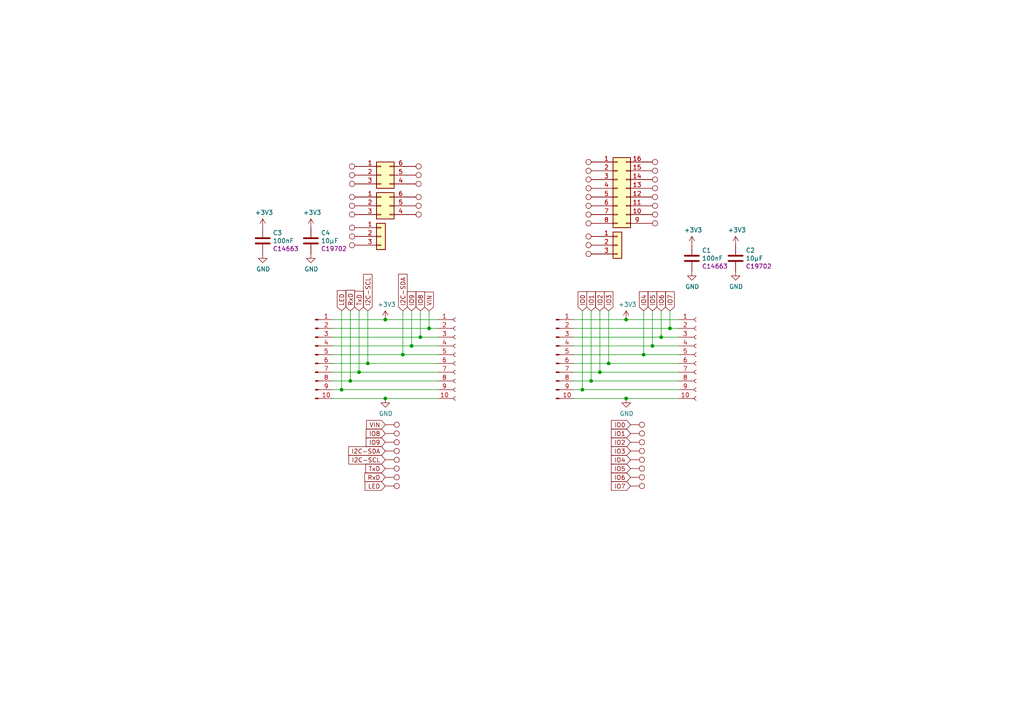
<source format=kicad_sch>
(kicad_sch (version 20211123) (generator eeschema)
  (paper "A4")
  (lib_symbols
    (symbol "Connector:Conn_01x10_Female" (pin_names (offset 1.016) hide)
      (property "Reference" "J" (at 0 12.7 0))
      (property "Value" "Conn_01x10_Female" (at 0 -15.24 0))
      (symbol "Conn_01x10_Female_1_1"
        (arc (start 0 -12.192) (mid -0.508 -12.7) (end 0 -13.208) (stroke (width 0.1524)))
        (arc (start 0 -9.652) (mid -0.508 -10.16) (end 0 -10.668) (stroke (width 0.1524)))
        (arc (start 0 -7.112) (mid -0.508 -7.62) (end 0 -8.128) (stroke (width 0.1524)))
        (arc (start 0 -4.572) (mid -0.508 -5.08) (end 0 -5.588) (stroke (width 0.1524)))
        (arc (start 0 -2.032) (mid -0.508 -2.54) (end 0 -3.048) (stroke (width 0.1524)))
        (polyline (pts (xy -1.27 -12.7) (xy -0.508 -12.7)) (stroke (width 0.1524)))
        (polyline (pts (xy -1.27 -10.16) (xy -0.508 -10.16)) (stroke (width 0.1524)))
        (polyline (pts (xy -1.27 -7.62) (xy -0.508 -7.62)) (stroke (width 0.1524)))
        (polyline (pts (xy -1.27 -5.08) (xy -0.508 -5.08)) (stroke (width 0.1524)))
        (polyline (pts (xy -1.27 -2.54) (xy -0.508 -2.54)) (stroke (width 0.1524)))
        (polyline (pts (xy -1.27 0) (xy -0.508 0)) (stroke (width 0.1524)))
        (polyline (pts (xy -1.27 2.54) (xy -0.508 2.54)) (stroke (width 0.1524)))
        (polyline (pts (xy -1.27 5.08) (xy -0.508 5.08)) (stroke (width 0.1524)))
        (polyline (pts (xy -1.27 7.62) (xy -0.508 7.62)) (stroke (width 0.1524)))
        (polyline (pts (xy -1.27 10.16) (xy -0.508 10.16)) (stroke (width 0.1524)))
        (arc (start 0 0.508) (mid -0.508 0) (end 0 -0.508) (stroke (width 0.1524)))
        (arc (start 0 3.048) (mid -0.508 2.54) (end 0 2.032) (stroke (width 0.1524)))
        (arc (start 0 5.588) (mid -0.508 5.08) (end 0 4.572) (stroke (width 0.1524)))
        (arc (start 0 8.128) (mid -0.508 7.62) (end 0 7.112) (stroke (width 0.1524)))
        (arc (start 0 10.668) (mid -0.508 10.16) (end 0 9.652) (stroke (width 0.1524)))
        (pin passive line (at -5.08 10.16 0) (length 3.81) (name "Pin_1") (number "1"))
        (pin passive line (at -5.08 -12.7 0) (length 3.81) (name "Pin_10") (number "10"))
        (pin passive line (at -5.08 7.62 0) (length 3.81) (name "Pin_2") (number "2"))
        (pin passive line (at -5.08 5.08 0) (length 3.81) (name "Pin_3") (number "3"))
        (pin passive line (at -5.08 2.54 0) (length 3.81) (name "Pin_4") (number "4"))
        (pin passive line (at -5.08 0 0) (length 3.81) (name "Pin_5") (number "5"))
        (pin passive line (at -5.08 -2.54 0) (length 3.81) (name "Pin_6") (number "6"))
        (pin passive line (at -5.08 -5.08 0) (length 3.81) (name "Pin_7") (number "7"))
        (pin passive line (at -5.08 -7.62 0) (length 3.81) (name "Pin_8") (number "8"))
        (pin passive line (at -5.08 -10.16 0) (length 3.81) (name "Pin_9") (number "9"))
      )
    )
    (symbol "Connector:Conn_01x10_Male" (pin_names (offset 1.016) hide)
      (property "Reference" "J" (at 0 12.7 0))
      (property "Value" "Conn_01x10_Male" (at 0 -15.24 0))
      (symbol "Conn_01x10_Male_1_1"
        (polyline (pts (xy 1.27 -12.7) (xy 0.8636 -12.7)) (stroke (width 0.1524)))
        (polyline (pts (xy 1.27 -10.16) (xy 0.8636 -10.16)) (stroke (width 0.1524)))
        (polyline (pts (xy 1.27 -7.62) (xy 0.8636 -7.62)) (stroke (width 0.1524)))
        (polyline (pts (xy 1.27 -5.08) (xy 0.8636 -5.08)) (stroke (width 0.1524)))
        (polyline (pts (xy 1.27 -2.54) (xy 0.8636 -2.54)) (stroke (width 0.1524)))
        (polyline (pts (xy 1.27 0) (xy 0.8636 0)) (stroke (width 0.1524)))
        (polyline (pts (xy 1.27 2.54) (xy 0.8636 2.54)) (stroke (width 0.1524)))
        (polyline (pts (xy 1.27 5.08) (xy 0.8636 5.08)) (stroke (width 0.1524)))
        (polyline (pts (xy 1.27 7.62) (xy 0.8636 7.62)) (stroke (width 0.1524)))
        (polyline (pts (xy 1.27 10.16) (xy 0.8636 10.16)) (stroke (width 0.1524)))
        (rectangle (start 0.8636 -12.573) (end 0 -12.827) (stroke (width 0.1524)) (fill (type outline)))
        (rectangle (start 0.8636 -10.033) (end 0 -10.287) (stroke (width 0.1524)) (fill (type outline)))
        (rectangle (start 0.8636 -7.493) (end 0 -7.747) (stroke (width 0.1524)) (fill (type outline)))
        (rectangle (start 0.8636 -4.953) (end 0 -5.207) (stroke (width 0.1524)) (fill (type outline)))
        (rectangle (start 0.8636 -2.413) (end 0 -2.667) (stroke (width 0.1524)) (fill (type outline)))
        (rectangle (start 0.8636 0.127) (end 0 -0.127) (stroke (width 0.1524)) (fill (type outline)))
        (rectangle (start 0.8636 2.667) (end 0 2.413) (stroke (width 0.1524)) (fill (type outline)))
        (rectangle (start 0.8636 5.207) (end 0 4.953) (stroke (width 0.1524)) (fill (type outline)))
        (rectangle (start 0.8636 7.747) (end 0 7.493) (stroke (width 0.1524)) (fill (type outline)))
        (rectangle (start 0.8636 10.287) (end 0 10.033) (stroke (width 0.1524)) (fill (type outline)))
        (pin passive line (at 5.08 10.16 180) (length 3.81) (name "Pin_1") (number "1"))
        (pin passive line (at 5.08 -12.7 180) (length 3.81) (name "Pin_10") (number "10"))
        (pin passive line (at 5.08 7.62 180) (length 3.81) (name "Pin_2") (number "2"))
        (pin passive line (at 5.08 5.08 180) (length 3.81) (name "Pin_3") (number "3"))
        (pin passive line (at 5.08 2.54 180) (length 3.81) (name "Pin_4") (number "4"))
        (pin passive line (at 5.08 0 180) (length 3.81) (name "Pin_5") (number "5"))
        (pin passive line (at 5.08 -2.54 180) (length 3.81) (name "Pin_6") (number "6"))
        (pin passive line (at 5.08 -5.08 180) (length 3.81) (name "Pin_7") (number "7"))
        (pin passive line (at 5.08 -7.62 180) (length 3.81) (name "Pin_8") (number "8"))
        (pin passive line (at 5.08 -10.16 180) (length 3.81) (name "Pin_9") (number "9"))
      )
    )
    (symbol "Connector:TestPoint" (pin_numbers hide) (pin_names (offset 0.762) hide)
      (property "Reference" "TP" (at 0 6.858 0))
      (property "Value" "TestPoint" (at 0 5.08 0))
      (symbol "TestPoint_0_1"
        (circle (center 0 3.302) (radius 0.762))
      )
      (symbol "TestPoint_1_1"
        (pin passive line (at 0 0 90) (length 2.54) (name "1") (number "1"))
      )
    )
    (symbol "Connector_Generic:Conn_01x03" (pin_names (offset 1.016) hide)
      (property "Reference" "J" (at 0 5.08 0))
      (property "Value" "Conn_01x03" (at 0 -5.08 0))
      (symbol "Conn_01x03_1_1"
        (rectangle (start -1.27 -2.413) (end 0 -2.667) (stroke (width 0.1524)))
        (rectangle (start -1.27 0.127) (end 0 -0.127) (stroke (width 0.1524)))
        (rectangle (start -1.27 2.667) (end 0 2.413) (stroke (width 0.1524)))
        (rectangle (start -1.27 3.81) (end 1.27 -3.81) (stroke (width 0.254)) (fill (type background)))
        (pin passive line (at -5.08 2.54 0) (length 3.81) (name "Pin_1") (number "1"))
        (pin passive line (at -5.08 0 0) (length 3.81) (name "Pin_2") (number "2"))
        (pin passive line (at -5.08 -2.54 0) (length 3.81) (name "Pin_3") (number "3"))
      )
    )
    (symbol "Connector_Generic:Conn_02x03_Counter_Clockwise" (pin_names (offset 1.016) hide)
      (property "Reference" "J" (at 1.27 5.08 0))
      (property "Value" "Conn_02x03_Counter_Clockwise" (at 1.27 -5.08 0))
      (symbol "Conn_02x03_Counter_Clockwise_1_1"
        (rectangle (start -1.27 -2.413) (end 0 -2.667) (stroke (width 0.1524)))
        (rectangle (start -1.27 0.127) (end 0 -0.127) (stroke (width 0.1524)))
        (rectangle (start -1.27 2.667) (end 0 2.413) (stroke (width 0.1524)))
        (rectangle (start -1.27 3.81) (end 3.81 -3.81) (stroke (width 0.254)) (fill (type background)))
        (rectangle (start 3.81 -2.413) (end 2.54 -2.667) (stroke (width 0.1524)))
        (rectangle (start 3.81 0.127) (end 2.54 -0.127) (stroke (width 0.1524)))
        (rectangle (start 3.81 2.667) (end 2.54 2.413) (stroke (width 0.1524)))
        (pin passive line (at -5.08 2.54 0) (length 3.81) (name "Pin_1") (number "1"))
        (pin passive line (at -5.08 0 0) (length 3.81) (name "Pin_2") (number "2"))
        (pin passive line (at -5.08 -2.54 0) (length 3.81) (name "Pin_3") (number "3"))
        (pin passive line (at 7.62 -2.54 180) (length 3.81) (name "Pin_4") (number "4"))
        (pin passive line (at 7.62 0 180) (length 3.81) (name "Pin_5") (number "5"))
        (pin passive line (at 7.62 2.54 180) (length 3.81) (name "Pin_6") (number "6"))
      )
    )
    (symbol "Connector_Generic:Conn_02x08_Counter_Clockwise" (pin_names (offset 1.016) hide)
      (property "Reference" "J" (at 1.27 10.16 0))
      (property "Value" "Conn_02x08_Counter_Clockwise" (at 1.27 -12.7 0))
      (symbol "Conn_02x08_Counter_Clockwise_1_1"
        (rectangle (start -1.27 -10.033) (end 0 -10.287) (stroke (width 0.1524)))
        (rectangle (start -1.27 -7.493) (end 0 -7.747) (stroke (width 0.1524)))
        (rectangle (start -1.27 -4.953) (end 0 -5.207) (stroke (width 0.1524)))
        (rectangle (start -1.27 -2.413) (end 0 -2.667) (stroke (width 0.1524)))
        (rectangle (start -1.27 0.127) (end 0 -0.127) (stroke (width 0.1524)))
        (rectangle (start -1.27 2.667) (end 0 2.413) (stroke (width 0.1524)))
        (rectangle (start -1.27 5.207) (end 0 4.953) (stroke (width 0.1524)))
        (rectangle (start -1.27 7.747) (end 0 7.493) (stroke (width 0.1524)))
        (rectangle (start -1.27 8.89) (end 3.81 -11.43) (stroke (width 0.254)) (fill (type background)))
        (rectangle (start 3.81 -10.033) (end 2.54 -10.287) (stroke (width 0.1524)))
        (rectangle (start 3.81 -7.493) (end 2.54 -7.747) (stroke (width 0.1524)))
        (rectangle (start 3.81 -4.953) (end 2.54 -5.207) (stroke (width 0.1524)))
        (rectangle (start 3.81 -2.413) (end 2.54 -2.667) (stroke (width 0.1524)))
        (rectangle (start 3.81 0.127) (end 2.54 -0.127) (stroke (width 0.1524)))
        (rectangle (start 3.81 2.667) (end 2.54 2.413) (stroke (width 0.1524)))
        (rectangle (start 3.81 5.207) (end 2.54 4.953) (stroke (width 0.1524)))
        (rectangle (start 3.81 7.747) (end 2.54 7.493) (stroke (width 0.1524)))
        (pin passive line (at -5.08 7.62 0) (length 3.81) (name "Pin_1") (number "1"))
        (pin passive line (at 7.62 -7.62 180) (length 3.81) (name "Pin_10") (number "10"))
        (pin passive line (at 7.62 -5.08 180) (length 3.81) (name "Pin_11") (number "11"))
        (pin passive line (at 7.62 -2.54 180) (length 3.81) (name "Pin_12") (number "12"))
        (pin passive line (at 7.62 0 180) (length 3.81) (name "Pin_13") (number "13"))
        (pin passive line (at 7.62 2.54 180) (length 3.81) (name "Pin_14") (number "14"))
        (pin passive line (at 7.62 5.08 180) (length 3.81) (name "Pin_15") (number "15"))
        (pin passive line (at 7.62 7.62 180) (length 3.81) (name "Pin_16") (number "16"))
        (pin passive line (at -5.08 5.08 0) (length 3.81) (name "Pin_2") (number "2"))
        (pin passive line (at -5.08 2.54 0) (length 3.81) (name "Pin_3") (number "3"))
        (pin passive line (at -5.08 0 0) (length 3.81) (name "Pin_4") (number "4"))
        (pin passive line (at -5.08 -2.54 0) (length 3.81) (name "Pin_5") (number "5"))
        (pin passive line (at -5.08 -5.08 0) (length 3.81) (name "Pin_6") (number "6"))
        (pin passive line (at -5.08 -7.62 0) (length 3.81) (name "Pin_7") (number "7"))
        (pin passive line (at -5.08 -10.16 0) (length 3.81) (name "Pin_8") (number "8"))
        (pin passive line (at 7.62 -10.16 180) (length 3.81) (name "Pin_9") (number "9"))
      )
    )
    (symbol "Device:C" (pin_numbers hide) (pin_names (offset 0.254))
      (property "Reference" "C" (at 0.635 2.54 0))
      (property "Value" "C" (at 0.635 -2.54 0))
      (symbol "C_0_1"
        (polyline (pts (xy -2.032 -0.762) (xy 2.032 -0.762)) (stroke (width 0.508)))
        (polyline (pts (xy -2.032 0.762) (xy 2.032 0.762)) (stroke (width 0.508)))
      )
      (symbol "C_1_1"
        (pin passive line (at 0 3.81 270) (length 2.794) (name "~") (number "1"))
        (pin passive line (at 0 -3.81 90) (length 2.794) (name "~") (number "2"))
      )
    )
    (symbol "power:+3.3V" (power) (pin_names (offset 0))
      (property "Value" "+3.3V" (at 0 3.556 0))
      (symbol "+3.3V_0_1"
        (polyline (pts (xy -0.762 1.27) (xy 0 2.54)))
        (polyline (pts (xy 0 0) (xy 0 2.54)))
        (polyline (pts (xy 0 2.54) (xy 0.762 1.27)))
      )
      (symbol "+3.3V_1_1"
        (pin power_in line (at 0 0 90) (length 0) hide (name "+3V3") (number "1"))
      )
    )
    (symbol "power:GND" (power) (pin_names (offset 0))
      (property "Value" "GND" (at 0 -3.81 0))
      (symbol "GND_0_1"
        (polyline (pts (xy 0 0) (xy 0 -1.27) (xy 1.27 -1.27) (xy 0 -2.54) (xy -1.27 -1.27) (xy 0 -1.27)))
      )
      (symbol "GND_1_1"
        (pin power_in line (at 0 0 270) (length 0) hide (name "GND") (number "1"))
      )
    )
  )
  (junction (at 171.45 110.49))
  (junction (at 99.06 113.03))
  (junction (at 101.6 110.49))
  (junction (at 194.31 95.25))
  (junction (at 116.84 102.87))
  (junction (at 181.61 115.57))
  (junction (at 173.99 107.95))
  (junction (at 176.53 105.41))
  (junction (at 119.38 100.33))
  (junction (at 181.61 92.71))
  (junction (at 106.68 105.41))
  (junction (at 168.91 113.03))
  (junction (at 104.14 107.95))
  (junction (at 124.46 95.25))
  (junction (at 186.69 102.87))
  (junction (at 121.92 97.79))
  (junction (at 111.76 115.57))
  (junction (at 191.77 97.79))
  (junction (at 189.23 100.33))
  (junction (at 111.76 92.71))
  (wire (pts (xy 124.46 90.17) (xy 124.46 95.25)))
  (wire (pts (xy 194.31 90.17) (xy 194.31 95.25)))
  (wire (pts (xy 119.38 100.33) (xy 127 100.33)))
  (wire (pts (xy 96.52 97.79) (xy 121.92 97.79)))
  (wire (pts (xy 194.31 95.25) (xy 196.85 95.25)))
  (wire (pts (xy 166.37 115.57) (xy 181.61 115.57)))
  (wire (pts (xy 181.61 115.57) (xy 196.85 115.57)))
  (wire (pts (xy 111.76 92.71) (xy 127 92.71)))
  (wire (pts (xy 168.91 90.17) (xy 168.91 113.03)))
  (wire (pts (xy 168.91 113.03) (xy 196.85 113.03)))
  (wire (pts (xy 101.6 110.49) (xy 127 110.49)))
  (wire (pts (xy 104.14 90.17) (xy 104.14 107.95)))
  (wire (pts (xy 168.91 113.03) (xy 166.37 113.03)))
  (wire (pts (xy 189.23 90.17) (xy 189.23 100.33)))
  (wire (pts (xy 96.52 115.57) (xy 111.76 115.57)))
  (wire (pts (xy 166.37 110.49) (xy 171.45 110.49)))
  (wire (pts (xy 121.92 90.17) (xy 121.92 97.79)))
  (wire (pts (xy 119.38 90.17) (xy 119.38 100.33)))
  (wire (pts (xy 191.77 97.79) (xy 196.85 97.79)))
  (wire (pts (xy 104.14 107.95) (xy 127 107.95)))
  (wire (pts (xy 166.37 105.41) (xy 176.53 105.41)))
  (wire (pts (xy 116.84 90.17) (xy 116.84 102.87)))
  (wire (pts (xy 96.52 92.71) (xy 111.76 92.71)))
  (wire (pts (xy 99.06 113.03) (xy 96.52 113.03)))
  (wire (pts (xy 166.37 92.71) (xy 181.61 92.71)))
  (wire (pts (xy 96.52 110.49) (xy 101.6 110.49)))
  (wire (pts (xy 116.84 102.87) (xy 127 102.87)))
  (wire (pts (xy 171.45 90.17) (xy 171.45 110.49)))
  (wire (pts (xy 96.52 105.41) (xy 106.68 105.41)))
  (wire (pts (xy 176.53 90.17) (xy 176.53 105.41)))
  (wire (pts (xy 96.52 100.33) (xy 119.38 100.33)))
  (wire (pts (xy 111.76 115.57) (xy 127 115.57)))
  (wire (pts (xy 186.69 102.87) (xy 196.85 102.87)))
  (wire (pts (xy 166.37 107.95) (xy 173.99 107.95)))
  (wire (pts (xy 181.61 92.71) (xy 196.85 92.71)))
  (wire (pts (xy 173.99 90.17) (xy 173.99 107.95)))
  (wire (pts (xy 96.52 107.95) (xy 104.14 107.95)))
  (wire (pts (xy 106.68 90.17) (xy 106.68 105.41)))
  (wire (pts (xy 124.46 95.25) (xy 127 95.25)))
  (wire (pts (xy 191.77 90.17) (xy 191.77 97.79)))
  (wire (pts (xy 176.53 105.41) (xy 196.85 105.41)))
  (wire (pts (xy 99.06 113.03) (xy 127 113.03)))
  (wire (pts (xy 166.37 97.79) (xy 191.77 97.79)))
  (wire (pts (xy 106.68 105.41) (xy 127 105.41)))
  (wire (pts (xy 101.6 90.17) (xy 101.6 110.49)))
  (wire (pts (xy 173.99 107.95) (xy 196.85 107.95)))
  (wire (pts (xy 171.45 110.49) (xy 196.85 110.49)))
  (wire (pts (xy 189.23 100.33) (xy 196.85 100.33)))
  (wire (pts (xy 96.52 102.87) (xy 116.84 102.87)))
  (wire (pts (xy 186.69 90.17) (xy 186.69 102.87)))
  (wire (pts (xy 166.37 102.87) (xy 186.69 102.87)))
  (wire (pts (xy 166.37 95.25) (xy 194.31 95.25)))
  (wire (pts (xy 99.06 90.17) (xy 99.06 113.03)))
  (wire (pts (xy 166.37 100.33) (xy 189.23 100.33)))
  (wire (pts (xy 96.52 95.25) (xy 124.46 95.25)))
  (wire (pts (xy 121.92 97.79) (xy 127 97.79)))
  (global_label "IO9" (shape input) (at 111.76 128.27 180) (property "Intersheet References" "${INTERSHEET_REFS}" (effects hide)))
  (global_label "I2C-SDA" (shape input) (at 116.84 90.17 90) (property "Intersheet References" "${INTERSHEET_REFS}" (effects hide)))
  (global_label "IO7" (shape input) (at 182.88 140.97 180) (property "Intersheet References" "${INTERSHEET_REFS}" (effects hide)))
  (global_label "IO6" (shape input) (at 191.77 90.17 90) (property "Intersheet References" "${INTERSHEET_REFS}" (effects hide)))
  (global_label "RxD" (shape input) (at 101.6 90.17 90) (property "Intersheet References" "${INTERSHEET_REFS}" (effects hide)))
  (global_label "IO9" (shape input) (at 119.38 90.17 90) (property "Intersheet References" "${INTERSHEET_REFS}" (effects hide)))
  (global_label "IO7" (shape input) (at 194.31 90.17 90) (property "Intersheet References" "${INTERSHEET_REFS}" (effects hide)))
  (global_label "I2C-SCL" (shape input) (at 106.68 90.17 90) (property "Intersheet References" "${INTERSHEET_REFS}" (effects hide)))
  (global_label "RxD" (shape input) (at 111.76 138.43 180) (property "Intersheet References" "${INTERSHEET_REFS}" (effects hide)))
  (global_label "IO8" (shape input) (at 121.92 90.17 90) (property "Intersheet References" "${INTERSHEET_REFS}" (effects hide)))
  (global_label "LED" (shape input) (at 111.76 140.97 180) (property "Intersheet References" "${INTERSHEET_REFS}" (effects hide)))
  (global_label "TxD" (shape input) (at 111.76 135.89 180) (property "Intersheet References" "${INTERSHEET_REFS}" (effects hide)))
  (global_label "IO5" (shape input) (at 182.88 135.89 180) (property "Intersheet References" "${INTERSHEET_REFS}" (effects hide)))
  (global_label "VIN" (shape input) (at 111.76 123.19 180) (property "Intersheet References" "${INTERSHEET_REFS}" (effects hide)))
  (global_label "IO4" (shape input) (at 182.88 133.35 180) (property "Intersheet References" "${INTERSHEET_REFS}" (effects hide)))
  (global_label "IO2" (shape input) (at 182.88 128.27 180) (property "Intersheet References" "${INTERSHEET_REFS}" (effects hide)))
  (global_label "IO8" (shape input) (at 111.76 125.73 180) (property "Intersheet References" "${INTERSHEET_REFS}" (effects hide)))
  (global_label "IO5" (shape input) (at 189.23 90.17 90) (property "Intersheet References" "${INTERSHEET_REFS}" (effects hide)))
  (global_label "I2C-SCL" (shape input) (at 111.76 133.35 180) (property "Intersheet References" "${INTERSHEET_REFS}" (effects hide)))
  (global_label "IO2" (shape input) (at 173.99 90.17 90) (property "Intersheet References" "${INTERSHEET_REFS}" (effects hide)))
  (global_label "VIN" (shape input) (at 124.46 90.17 90) (property "Intersheet References" "${INTERSHEET_REFS}" (effects hide)))
  (global_label "I2C-SDA" (shape input) (at 111.76 130.81 180) (property "Intersheet References" "${INTERSHEET_REFS}" (effects hide)))
  (global_label "IO6" (shape input) (at 182.88 138.43 180) (property "Intersheet References" "${INTERSHEET_REFS}" (effects hide)))
  (global_label "IO3" (shape input) (at 176.53 90.17 90) (property "Intersheet References" "${INTERSHEET_REFS}" (effects hide)))
  (global_label "IO4" (shape input) (at 186.69 90.17 90) (property "Intersheet References" "${INTERSHEET_REFS}" (effects hide)))
  (global_label "LED" (shape input) (at 99.06 90.17 90) (property "Intersheet References" "${INTERSHEET_REFS}" (effects hide)))
  (global_label "IO1" (shape input) (at 182.88 125.73 180) (property "Intersheet References" "${INTERSHEET_REFS}" (effects hide)))
  (global_label "IO1" (shape input) (at 171.45 90.17 90) (property "Intersheet References" "${INTERSHEET_REFS}" (effects hide)))
  (global_label "IO3" (shape input) (at 182.88 130.81 180) (property "Intersheet References" "${INTERSHEET_REFS}" (effects hide)))
  (global_label "IO0" (shape input) (at 168.91 90.17 90) (property "Intersheet References" "${INTERSHEET_REFS}" (effects hide)))
  (global_label "IO0" (shape input) (at 182.88 123.19 180) (property "Intersheet References" "${INTERSHEET_REFS}" (effects hide)))
  (global_label "TxD" (shape input) (at 104.14 90.17 90) (property "Intersheet References" "${INTERSHEET_REFS}" (effects hide)))
  (symbol (lib_id "Connector:Conn_01x10_Female") (at 201.93 102.87 0) (unit 1)
    (property "Reference" "J4" (effects hide))
    (property "Value" "Conn_01x10_Female" (effects hide))
    (property "Footprint" "Connector_PinSocket_2.54mm:PinSocket_1x10_P2.54mm_Vertical" (effects hide))
  )
  (symbol (lib_id "Connector:Conn_01x10_Male") (at 161.29 102.87 0) (unit 1)
    (property "Reference" "J3" (effects hide))
    (property "Value" "Conn_01x10_Male" (effects hide))
    (property "Footprint" "Connector_PinHeader_2.54mm:PinHeader_1x10_P2.54mm_Vertical" (effects hide))
  )
  (symbol (lib_id "Connector:Conn_01x10_Male") (at 91.44 102.87 0) (unit 1)
    (property "Reference" "J1" (effects hide))
    (property "Value" "Conn_01x10_Male" (effects hide))
    (property "Footprint" "Connector_PinHeader_2.54mm:PinHeader_1x10_P2.54mm_Vertical" (effects hide))
  )
  (symbol (lib_id "Connector:Conn_01x10_Female") (at 132.08 102.87 0) (unit 1)
    (property "Reference" "J2" (effects hide))
    (property "Value" "Conn_01x10_Female" (effects hide))
    (property "Footprint" "Connector_PinSocket_2.54mm:PinSocket_1x10_P2.54mm_Vertical" (effects hide))
  )
  (symbol (lib_id "power:+3.3V") (at 111.76 92.71 0) (unit 1)
    (property "Reference" "#PWR0101" (effects hide))
    (property "Value" "+3.3V" (at 112.141 88.3158 0))
  )
  (symbol (lib_id "power:GND") (at 111.76 115.57 0) (unit 1)
    (property "Reference" "#PWR0102" (effects hide))
    (property "Value" "GND" (at 111.887 119.9642 0))
  )
  (symbol (lib_id "power:+3.3V") (at 181.61 92.71 0) (unit 1)
    (property "Reference" "#PWR0103" (effects hide))
    (property "Value" "+3.3V" (at 181.991 88.3158 0))
  )
  (symbol (lib_id "power:GND") (at 181.61 115.57 0) (unit 1)
    (property "Reference" "#PWR0104" (effects hide))
    (property "Value" "GND" (at 181.737 119.9642 0))
  )
  (symbol (lib_id "Connector:TestPoint") (at 111.76 123.19 270) (unit 1)
    (property "Reference" "TP1" (effects hide))
    (property "Value" "TestPoint" (effects hide))
    (property "Footprint" "TestPoint:TestPoint_THTPad_D1.5mm_Drill0.7mm" (effects hide))
  )
  (symbol (lib_id "Connector:TestPoint") (at 111.76 125.73 270) (unit 1)
    (property "Reference" "TP2" (effects hide))
    (property "Value" "TestPoint" (effects hide))
    (property "Footprint" "TestPoint:TestPoint_THTPad_D1.5mm_Drill0.7mm" (effects hide))
  )
  (symbol (lib_id "Connector:TestPoint") (at 111.76 128.27 270) (unit 1)
    (property "Reference" "TP3" (effects hide))
    (property "Value" "TestPoint" (effects hide))
    (property "Footprint" "TestPoint:TestPoint_THTPad_D1.5mm_Drill0.7mm" (effects hide))
  )
  (symbol (lib_id "Connector:TestPoint") (at 111.76 130.81 270) (unit 1)
    (property "Reference" "TP4" (effects hide))
    (property "Value" "TestPoint" (effects hide))
    (property "Footprint" "TestPoint:TestPoint_THTPad_D1.5mm_Drill0.7mm" (effects hide))
  )
  (symbol (lib_id "Connector:TestPoint") (at 111.76 133.35 270) (unit 1)
    (property "Reference" "TP5" (effects hide))
    (property "Value" "TestPoint" (effects hide))
    (property "Footprint" "TestPoint:TestPoint_THTPad_D1.5mm_Drill0.7mm" (effects hide))
  )
  (symbol (lib_id "Connector:TestPoint") (at 111.76 135.89 270) (unit 1)
    (property "Reference" "TP6" (effects hide))
    (property "Value" "TestPoint" (effects hide))
    (property "Footprint" "TestPoint:TestPoint_THTPad_D1.5mm_Drill0.7mm" (effects hide))
  )
  (symbol (lib_id "Connector:TestPoint") (at 111.76 138.43 270) (unit 1)
    (property "Reference" "TP7" (effects hide))
    (property "Value" "TestPoint" (effects hide))
    (property "Footprint" "TestPoint:TestPoint_THTPad_D1.5mm_Drill0.7mm" (effects hide))
  )
  (symbol (lib_id "Connector:TestPoint") (at 111.76 140.97 270) (unit 1)
    (property "Reference" "TP8" (effects hide))
    (property "Value" "TestPoint" (effects hide))
    (property "Footprint" "TestPoint:TestPoint_THTPad_D1.5mm_Drill0.7mm" (effects hide))
  )
  (symbol (lib_id "Connector:TestPoint") (at 182.88 123.19 270) (unit 1)
    (property "Reference" "TP16" (effects hide))
    (property "Value" "TestPoint" (effects hide))
    (property "Footprint" "TestPoint:TestPoint_THTPad_D1.5mm_Drill0.7mm" (effects hide))
  )
  (symbol (lib_id "Connector:TestPoint") (at 182.88 125.73 270) (unit 1)
    (property "Reference" "TP15" (effects hide))
    (property "Value" "TestPoint" (effects hide))
    (property "Footprint" "TestPoint:TestPoint_THTPad_D1.5mm_Drill0.7mm" (effects hide))
  )
  (symbol (lib_id "Connector:TestPoint") (at 182.88 128.27 270) (unit 1)
    (property "Reference" "TP14" (effects hide))
    (property "Value" "TestPoint" (effects hide))
    (property "Footprint" "TestPoint:TestPoint_THTPad_D1.5mm_Drill0.7mm" (effects hide))
  )
  (symbol (lib_id "Connector:TestPoint") (at 182.88 130.81 270) (unit 1)
    (property "Reference" "TP13" (effects hide))
    (property "Value" "TestPoint" (effects hide))
    (property "Footprint" "TestPoint:TestPoint_THTPad_D1.5mm_Drill0.7mm" (effects hide))
  )
  (symbol (lib_id "Connector:TestPoint") (at 182.88 133.35 270) (unit 1)
    (property "Reference" "TP12" (effects hide))
    (property "Value" "TestPoint" (effects hide))
    (property "Footprint" "TestPoint:TestPoint_THTPad_D1.5mm_Drill0.7mm" (effects hide))
  )
  (symbol (lib_id "Connector:TestPoint") (at 182.88 135.89 270) (unit 1)
    (property "Reference" "TP11" (effects hide))
    (property "Value" "TestPoint" (effects hide))
    (property "Footprint" "TestPoint:TestPoint_THTPad_D1.5mm_Drill0.7mm" (effects hide))
  )
  (symbol (lib_id "Connector:TestPoint") (at 182.88 138.43 270) (unit 1)
    (property "Reference" "TP10" (effects hide))
    (property "Value" "TestPoint" (effects hide))
    (property "Footprint" "TestPoint:TestPoint_THTPad_D1.5mm_Drill0.7mm" (effects hide))
  )
  (symbol (lib_id "Connector:TestPoint") (at 182.88 140.97 270) (unit 1)
    (property "Reference" "TP9" (effects hide))
    (property "Value" "TestPoint" (effects hide))
    (property "Footprint" "TestPoint:TestPoint_THTPad_D1.5mm_Drill0.7mm" (effects hide))
  )
  (symbol (lib_id "Device:C") (at 200.66 74.93 0) (unit 1)
    (property "Reference" "C1" (at 203.581 72.6186 0) (effects (justify left)))
    (property "Value" "100nF" (at 203.581 74.93 0) (effects (justify left)))
    (property "Footprint" "Capacitor_SMD:C_0603_1608Metric" (effects hide))
    (property "LCSC" "C14663" (at 203.581 77.2414 0) (effects (justify left)))
  )
  (symbol (lib_id "Device:C") (at 213.36 74.93 0) (unit 1)
    (property "Reference" "C2" (at 216.281 72.6186 0) (effects (justify left)))
    (property "Value" "10µF" (at 216.281 74.93 0) (effects (justify left)))
    (property "Footprint" "Capacitor_SMD:C_0603_1608Metric" (effects hide))
    (property "LCSC" "C19702" (at 216.281 77.2414 0) (effects (justify left)))
  )
  (symbol (lib_id "power:GND") (at 200.66 78.74 0) (unit 1)
    (property "Reference" "#PWR02" (effects hide))
    (property "Value" "GND" (at 200.787 83.1342 0))
  )
  (symbol (lib_id "power:+3.3V") (at 200.66 71.12 0) (unit 1)
    (property "Reference" "#PWR01" (effects hide))
    (property "Value" "+3.3V" (at 201.041 66.7258 0))
  )
  (symbol (lib_id "power:+3.3V") (at 213.36 71.12 0) (unit 1)
    (property "Reference" "#PWR03" (effects hide))
    (property "Value" "+3.3V" (at 213.741 66.7258 0))
  )
  (symbol (lib_id "power:GND") (at 213.36 78.74 0) (unit 1)
    (property "Reference" "#PWR04" (effects hide))
    (property "Value" "GND" (at 213.487 83.1342 0))
  )
  (symbol (lib_id "Device:C") (at 76.2 69.85 0) (unit 1)
    (property "Reference" "C3" (at 79.121 67.5386 0) (effects (justify left)))
    (property "Value" "100nF" (at 79.121 69.85 0) (effects (justify left)))
    (property "Footprint" "Capacitor_SMD:C_0603_1608Metric" (effects hide))
    (property "LCSC" "C14663" (at 79.121 72.1614 0) (effects (justify left)))
  )
  (symbol (lib_id "Device:C") (at 90.17 69.85 0) (unit 1)
    (property "Reference" "C4" (at 93.091 67.5386 0) (effects (justify left)))
    (property "Value" "10µF" (at 93.091 69.85 0) (effects (justify left)))
    (property "Footprint" "Capacitor_SMD:C_0603_1608Metric" (effects hide))
    (property "LCSC" "C19702" (at 93.091 72.1614 0) (effects (justify left)))
  )
  (symbol (lib_id "power:GND") (at 76.2 73.66 0) (unit 1)
    (property "Reference" "#PWR06" (effects hide))
    (property "Value" "GND" (at 76.327 78.0542 0))
  )
  (symbol (lib_id "power:+3.3V") (at 76.2 66.04 0) (unit 1)
    (property "Reference" "#PWR05" (effects hide))
    (property "Value" "+3.3V" (at 76.581 61.6458 0))
  )
  (symbol (lib_id "power:+3.3V") (at 90.17 66.04 0) (unit 1)
    (property "Reference" "#PWR07" (effects hide))
    (property "Value" "+3.3V" (at 90.551 61.6458 0))
  )
  (symbol (lib_id "power:GND") (at 90.17 73.66 0) (unit 1)
    (property "Reference" "#PWR08" (effects hide))
    (property "Value" "GND" (at 90.297 78.0542 0))
  )
  (symbol (lib_id "Connector_Generic:Conn_02x03_Counter_Clockwise") (at 110.49 50.8 0) (unit 1)
    (property "Reference" "J5" (effects hide))
    (property "Value" "Conn_02x03_Counter_Clockwise" (effects hide))
    (property "Footprint" "Package_TO_SOT_SMD:SOT-23-6_Handsoldering" (effects hide))
  )
  (symbol (lib_id "Connector_Generic:Conn_02x03_Counter_Clockwise") (at 110.49 59.69 0) (unit 1)
    (property "Reference" "J6" (effects hide))
    (property "Value" "Conn_02x03_Counter_Clockwise" (effects hide))
    (property "Footprint" "Package_TO_SOT_SMD:SOT-23-6_Handsoldering" (effects hide))
  )
  (symbol (lib_id "Connector:TestPoint") (at 118.11 48.26 270) (unit 1)
    (property "Reference" "TP23" (effects hide))
    (property "Value" "TestPoint" (effects hide))
    (property "Footprint" "TestPoint:TestPoint_THTPad_D1.5mm_Drill0.7mm" (effects hide))
  )
  (symbol (lib_id "Connector:TestPoint") (at 118.11 50.8 270) (unit 1)
    (property "Reference" "TP24" (effects hide))
    (property "Value" "TestPoint" (effects hide))
    (property "Footprint" "TestPoint:TestPoint_THTPad_D1.5mm_Drill0.7mm" (effects hide))
  )
  (symbol (lib_id "Connector:TestPoint") (at 118.11 53.34 270) (unit 1)
    (property "Reference" "TP25" (effects hide))
    (property "Value" "TestPoint" (effects hide))
    (property "Footprint" "TestPoint:TestPoint_THTPad_D1.5mm_Drill0.7mm" (effects hide))
  )
  (symbol (lib_id "Connector:TestPoint") (at 118.11 57.15 270) (unit 1)
    (property "Reference" "TP26" (effects hide))
    (property "Value" "TestPoint" (effects hide))
    (property "Footprint" "TestPoint:TestPoint_THTPad_D1.5mm_Drill0.7mm" (effects hide))
  )
  (symbol (lib_id "Connector:TestPoint") (at 118.11 59.69 270) (unit 1)
    (property "Reference" "TP27" (effects hide))
    (property "Value" "TestPoint" (effects hide))
    (property "Footprint" "TestPoint:TestPoint_THTPad_D1.5mm_Drill0.7mm" (effects hide))
  )
  (symbol (lib_id "Connector:TestPoint") (at 118.11 62.23 270) (unit 1)
    (property "Reference" "TP28" (effects hide))
    (property "Value" "TestPoint" (effects hide))
    (property "Footprint" "TestPoint:TestPoint_THTPad_D1.5mm_Drill0.7mm" (effects hide))
  )
  (symbol (lib_id "Connector:TestPoint") (at 105.41 57.15 90) (mirror x) (unit 1)
    (property "Reference" "TP20" (effects hide))
    (property "Value" "TestPoint" (effects hide))
    (property "Footprint" "TestPoint:TestPoint_THTPad_D1.5mm_Drill0.7mm" (effects hide))
  )
  (symbol (lib_id "Connector:TestPoint") (at 105.41 59.69 90) (mirror x) (unit 1)
    (property "Reference" "TP21" (effects hide))
    (property "Value" "TestPoint" (effects hide))
    (property "Footprint" "TestPoint:TestPoint_THTPad_D1.5mm_Drill0.7mm" (effects hide))
  )
  (symbol (lib_id "Connector:TestPoint") (at 105.41 62.23 90) (mirror x) (unit 1)
    (property "Reference" "TP22" (effects hide))
    (property "Value" "TestPoint" (effects hide))
    (property "Footprint" "TestPoint:TestPoint_THTPad_D1.5mm_Drill0.7mm" (effects hide))
  )
  (symbol (lib_id "Connector:TestPoint") (at 105.41 48.26 90) (mirror x) (unit 1)
    (property "Reference" "TP17" (effects hide))
    (property "Value" "TestPoint" (effects hide))
    (property "Footprint" "TestPoint:TestPoint_THTPad_D1.5mm_Drill0.7mm" (effects hide))
  )
  (symbol (lib_id "Connector:TestPoint") (at 105.41 50.8 90) (mirror x) (unit 1)
    (property "Reference" "TP18" (effects hide))
    (property "Value" "TestPoint" (effects hide))
    (property "Footprint" "TestPoint:TestPoint_THTPad_D1.5mm_Drill0.7mm" (effects hide))
  )
  (symbol (lib_id "Connector:TestPoint") (at 105.41 53.34 90) (mirror x) (unit 1)
    (property "Reference" "TP19" (effects hide))
    (property "Value" "TestPoint" (effects hide))
    (property "Footprint" "TestPoint:TestPoint_THTPad_D1.5mm_Drill0.7mm" (effects hide))
  )
  (symbol (lib_id "Connector:TestPoint") (at 105.41 66.04 90) (mirror x) (unit 1)
    (property "Reference" "TP32" (effects hide))
    (property "Value" "TestPoint" (effects hide))
    (property "Footprint" "TestPoint:TestPoint_THTPad_D1.5mm_Drill0.7mm" (effects hide))
  )
  (symbol (lib_id "Connector:TestPoint") (at 105.41 68.58 90) (mirror x) (unit 1)
    (property "Reference" "TP33" (effects hide))
    (property "Value" "TestPoint" (effects hide))
    (property "Footprint" "TestPoint:TestPoint_THTPad_D1.5mm_Drill0.7mm" (effects hide))
  )
  (symbol (lib_id "Connector:TestPoint") (at 105.41 71.12 90) (mirror x) (unit 1)
    (property "Reference" "TP34" (effects hide))
    (property "Value" "TestPoint" (effects hide))
    (property "Footprint" "TestPoint:TestPoint_THTPad_D1.5mm_Drill0.7mm" (effects hide))
  )
  (symbol (lib_id "Connector_Generic:Conn_01x03") (at 179.07 71.12 0) (unit 1)
    (property "Reference" "J7" (effects hide))
    (property "Value" "Conn_01x03" (effects hide))
    (property "Footprint" "Package_TO_SOT_SMD:SOT-23" (effects hide))
  )
  (symbol (lib_id "Connector:TestPoint") (at 173.99 68.58 90) (mirror x) (unit 1)
    (property "Reference" "TP29" (effects hide))
    (property "Value" "TestPoint" (effects hide))
    (property "Footprint" "TestPoint:TestPoint_THTPad_D1.5mm_Drill0.7mm" (effects hide))
  )
  (symbol (lib_id "Connector:TestPoint") (at 173.99 71.12 90) (mirror x) (unit 1)
    (property "Reference" "TP30" (effects hide))
    (property "Value" "TestPoint" (effects hide))
    (property "Footprint" "TestPoint:TestPoint_THTPad_D1.5mm_Drill0.7mm" (effects hide))
  )
  (symbol (lib_id "Connector:TestPoint") (at 173.99 73.66 90) (mirror x) (unit 1)
    (property "Reference" "TP31" (effects hide))
    (property "Value" "TestPoint" (effects hide))
    (property "Footprint" "TestPoint:TestPoint_THTPad_D1.5mm_Drill0.7mm" (effects hide))
  )
  (symbol (lib_id "Connector_Generic:Conn_01x03") (at 110.49 68.58 0) (unit 1)
    (property "Reference" "J8" (effects hide))
    (property "Value" "Conn_01x03" (effects hide))
    (property "Footprint" "Package_TO_SOT_SMD:SOT-23" (effects hide))
  )
  (symbol (lib_id "Connector_Generic:Conn_02x08_Counter_Clockwise") (at 179.07 54.61 0) (unit 1)
    (property "Reference" "J9" (effects hide))
    (property "Value" "Conn_02x08_Counter_Clockwise" (effects hide))
    (property "Footprint" "Package_SO:SOP-16_4.55x10.3mm_P1.27mm" (effects hide))
  )
  (symbol (lib_id "Connector:TestPoint") (at 186.69 46.99 270) (unit 1)
    (property "Reference" "TP43" (effects hide))
    (property "Value" "TestPoint" (effects hide))
    (property "Footprint" "TestPoint:TestPoint_THTPad_D1.5mm_Drill0.7mm" (effects hide))
  )
  (symbol (lib_id "Connector:TestPoint") (at 186.69 49.53 270) (unit 1)
    (property "Reference" "TP44" (effects hide))
    (property "Value" "TestPoint" (effects hide))
    (property "Footprint" "TestPoint:TestPoint_THTPad_D1.5mm_Drill0.7mm" (effects hide))
  )
  (symbol (lib_id "Connector:TestPoint") (at 186.69 52.07 270) (unit 1)
    (property "Reference" "TP45" (effects hide))
    (property "Value" "TestPoint" (effects hide))
    (property "Footprint" "TestPoint:TestPoint_THTPad_D1.5mm_Drill0.7mm" (effects hide))
  )
  (symbol (lib_id "Connector:TestPoint") (at 186.69 54.61 270) (unit 1)
    (property "Reference" "TP46" (effects hide))
    (property "Value" "TestPoint" (effects hide))
    (property "Footprint" "TestPoint:TestPoint_THTPad_D1.5mm_Drill0.7mm" (effects hide))
  )
  (symbol (lib_id "Connector:TestPoint") (at 186.69 57.15 270) (unit 1)
    (property "Reference" "TP47" (effects hide))
    (property "Value" "TestPoint" (effects hide))
    (property "Footprint" "TestPoint:TestPoint_THTPad_D1.5mm_Drill0.7mm" (effects hide))
  )
  (symbol (lib_id "Connector:TestPoint") (at 186.69 59.69 270) (unit 1)
    (property "Reference" "TP48" (effects hide))
    (property "Value" "TestPoint" (effects hide))
    (property "Footprint" "TestPoint:TestPoint_THTPad_D1.5mm_Drill0.7mm" (effects hide))
  )
  (symbol (lib_id "Connector:TestPoint") (at 186.69 62.23 270) (unit 1)
    (property "Reference" "TP49" (effects hide))
    (property "Value" "TestPoint" (effects hide))
    (property "Footprint" "TestPoint:TestPoint_THTPad_D1.5mm_Drill0.7mm" (effects hide))
  )
  (symbol (lib_id "Connector:TestPoint") (at 186.69 64.77 270) (unit 1)
    (property "Reference" "TP50" (effects hide))
    (property "Value" "TestPoint" (effects hide))
    (property "Footprint" "TestPoint:TestPoint_THTPad_D1.5mm_Drill0.7mm" (effects hide))
  )
  (symbol (lib_id "Connector:TestPoint") (at 173.99 64.77 90) (unit 1)
    (property "Reference" "TP42" (effects hide))
    (property "Value" "TestPoint" (effects hide))
    (property "Footprint" "TestPoint:TestPoint_THTPad_D1.5mm_Drill0.7mm" (effects hide))
  )
  (symbol (lib_id "Connector:TestPoint") (at 173.99 62.23 90) (unit 1)
    (property "Reference" "TP41" (effects hide))
    (property "Value" "TestPoint" (effects hide))
    (property "Footprint" "TestPoint:TestPoint_THTPad_D1.5mm_Drill0.7mm" (effects hide))
  )
  (symbol (lib_id "Connector:TestPoint") (at 173.99 59.69 90) (unit 1)
    (property "Reference" "TP40" (effects hide))
    (property "Value" "TestPoint" (effects hide))
    (property "Footprint" "TestPoint:TestPoint_THTPad_D1.5mm_Drill0.7mm" (effects hide))
  )
  (symbol (lib_id "Connector:TestPoint") (at 173.99 57.15 90) (unit 1)
    (property "Reference" "TP39" (effects hide))
    (property "Value" "TestPoint" (effects hide))
    (property "Footprint" "TestPoint:TestPoint_THTPad_D1.5mm_Drill0.7mm" (effects hide))
  )
  (symbol (lib_id "Connector:TestPoint") (at 173.99 54.61 90) (unit 1)
    (property "Reference" "TP38" (effects hide))
    (property "Value" "TestPoint" (effects hide))
    (property "Footprint" "TestPoint:TestPoint_THTPad_D1.5mm_Drill0.7mm" (effects hide))
  )
  (symbol (lib_id "Connector:TestPoint") (at 173.99 52.07 90) (unit 1)
    (property "Reference" "TP37" (effects hide))
    (property "Value" "TestPoint" (effects hide))
    (property "Footprint" "TestPoint:TestPoint_THTPad_D1.5mm_Drill0.7mm" (effects hide))
  )
  (symbol (lib_id "Connector:TestPoint") (at 173.99 49.53 90) (unit 1)
    (property "Reference" "TP36" (effects hide))
    (property "Value" "TestPoint" (effects hide))
    (property "Footprint" "TestPoint:TestPoint_THTPad_D1.5mm_Drill0.7mm" (effects hide))
  )
  (symbol (lib_id "Connector:TestPoint") (at 173.99 46.99 90) (unit 1)
    (property "Reference" "TP35" (effects hide))
    (property "Value" "TestPoint" (effects hide))
    (property "Footprint" "TestPoint:TestPoint_THTPad_D1.5mm_Drill0.7mm" (effects hide))
  )
)
</source>
